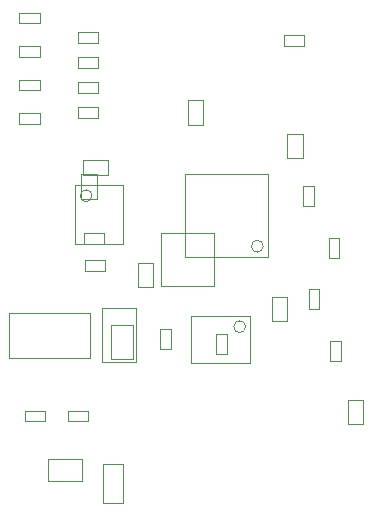
<source format=gbr>
%TF.GenerationSoftware,Altium Limited,Altium Designer,20.0.13 (296)*%
G04 Layer_Color=16711935*
%FSLAX25Y25*%
%MOIN*%
%TF.FileFunction,Other,Mechanical_13*%
%TF.Part,Single*%
G01*
G75*
%TA.AperFunction,NonConductor*%
%ADD73C,0.00394*%
D73*
X602126Y196130D02*
G03*
X602126Y196130I-1969J0D01*
G01*
X545061Y212975D02*
G03*
X545061Y212975I-1969J0D01*
G01*
X596268Y169331D02*
G03*
X596268Y169331I-1969J0D01*
G01*
X551488Y158586D02*
X558575D01*
X551488Y170004D02*
X558575D01*
Y158586D02*
Y170004D01*
X551488Y158586D02*
Y170004D01*
X548377Y157375D02*
X559873D01*
X548377Y175485D02*
X559873D01*
X548377Y157375D02*
Y175485D01*
X559873Y157375D02*
Y175485D01*
X541471Y211822D02*
Y220089D01*
X546589Y211822D02*
Y220089D01*
X541471D02*
X546589D01*
X541471Y211822D02*
X546589D01*
X585667Y182837D02*
Y200637D01*
X567951Y182837D02*
Y200637D01*
X585667D01*
X567951Y182837D02*
X585667D01*
X555346Y110504D02*
Y123496D01*
X548654Y110504D02*
Y123496D01*
Y110504D02*
X555346D01*
X548654Y123496D02*
X555346D01*
X615614Y262991D02*
Y266535D01*
X608921Y262991D02*
Y266535D01*
X615614D01*
X608921Y262991D02*
X615614D01*
X576967Y236661D02*
Y244929D01*
X582085Y236661D02*
Y244929D01*
X576967D02*
X582085D01*
X576967Y236661D02*
X582085D01*
X615403Y209614D02*
X618947D01*
X615403Y216307D02*
X618947D01*
X615403Y209614D02*
Y216307D01*
X618947Y209614D02*
Y216307D01*
X610162Y225417D02*
X615280D01*
X610162Y233685D02*
X615280D01*
Y225417D02*
Y233685D01*
X610162Y225417D02*
Y233685D01*
X567831Y168668D02*
X571374D01*
X567831Y161975D02*
X571374D01*
Y168668D01*
X567831Y161975D02*
Y168668D01*
X603701Y192587D02*
Y220146D01*
X576142Y192587D02*
Y220146D01*
Y192587D02*
X603701D01*
X576142Y220146D02*
X603701D01*
X560354Y182419D02*
Y190687D01*
X565472Y182419D02*
Y190687D01*
X560354Y182419D02*
X565472D01*
X560354Y190687D02*
X565472D01*
X630441Y136724D02*
Y144992D01*
X635559Y136724D02*
Y144992D01*
X630441D02*
X635559D01*
X630441Y136724D02*
X635559D01*
X547128Y238869D02*
Y242412D01*
X540435Y238869D02*
Y242412D01*
X547128D01*
X540435Y238869D02*
X547128D01*
Y263834D02*
Y267377D01*
X540435Y263834D02*
Y267377D01*
X547128D01*
X540435Y263834D02*
X547128D01*
X547127Y255512D02*
Y259055D01*
X540435Y255512D02*
Y259055D01*
X547127D01*
X540435Y255512D02*
X547127D01*
Y247190D02*
Y250734D01*
X540435Y247190D02*
Y250734D01*
X547127D01*
X540435Y247190D02*
X547127D01*
X539550Y196834D02*
X555298D01*
X539550Y216519D02*
X555298D01*
Y196834D02*
Y216519D01*
X539550Y196834D02*
Y216519D01*
X542001Y224993D02*
X550269D01*
X542001Y219875D02*
X550269D01*
X542001D02*
Y224993D01*
X550269Y219875D02*
Y224993D01*
X586400Y166840D02*
X589943D01*
X586400Y160147D02*
X589943D01*
X586400D02*
Y166840D01*
X589943Y160147D02*
Y166840D01*
X542507Y196986D02*
Y200529D01*
X549199Y196986D02*
Y200529D01*
X542507Y196986D02*
X549199D01*
X542507Y200529D02*
X549199D01*
X542733Y187965D02*
Y191508D01*
X549426Y187965D02*
Y191508D01*
X542733Y187965D02*
X549426D01*
X542733Y191508D02*
X549426D01*
X605083Y179326D02*
X610201D01*
X605083Y171059D02*
X610201D01*
Y179326D01*
X605083Y171059D02*
Y179326D01*
X617301Y175163D02*
Y181855D01*
X620844Y175163D02*
Y181855D01*
X617301D02*
X620844D01*
X617301Y175163D02*
X620844D01*
X520871Y270483D02*
X527564D01*
X520871Y274026D02*
X527564D01*
Y270483D02*
Y274026D01*
X520871Y270483D02*
Y274026D01*
X520871Y259310D02*
X527564D01*
X520871Y262853D02*
X527564D01*
Y259310D02*
Y262853D01*
X520871Y259310D02*
Y262853D01*
X520871Y248136D02*
X527564D01*
X520871Y251679D02*
X527564D01*
Y248136D02*
Y251679D01*
X520871Y248136D02*
Y251679D01*
X520871Y236963D02*
X527564D01*
X520871Y240506D02*
X527564D01*
Y236963D02*
Y240506D01*
X520871Y236963D02*
Y240506D01*
X537154Y141272D02*
X543846D01*
X537154Y137728D02*
X543846D01*
Y141272D01*
X537154Y137728D02*
Y141272D01*
X522731Y141256D02*
X529424D01*
X522731Y137713D02*
X529424D01*
Y141256D01*
X522731Y137713D02*
Y141256D01*
X623912Y192312D02*
Y199005D01*
X627455Y192312D02*
Y199005D01*
X623912D02*
X627455D01*
X623912Y192312D02*
X627455D01*
X627955Y157995D02*
Y164688D01*
X624412Y157995D02*
Y164688D01*
Y157995D02*
X627955D01*
X624412Y164688D02*
X627955D01*
X517556Y158821D02*
X544327D01*
X517556Y173781D02*
X544327D01*
X517556Y158821D02*
Y173781D01*
X544327Y158821D02*
Y173781D01*
X530291Y117957D02*
Y125043D01*
X541709Y117957D02*
Y125043D01*
X530291Y117957D02*
X541709D01*
X530291Y125043D02*
X541709D01*
X578157Y172874D02*
X597843D01*
X578157Y157126D02*
X597843D01*
Y172874D01*
X578157Y157126D02*
Y172874D01*
%TF.MD5,9d727e2e6740399c2848f2b48453be92*%
M02*

</source>
